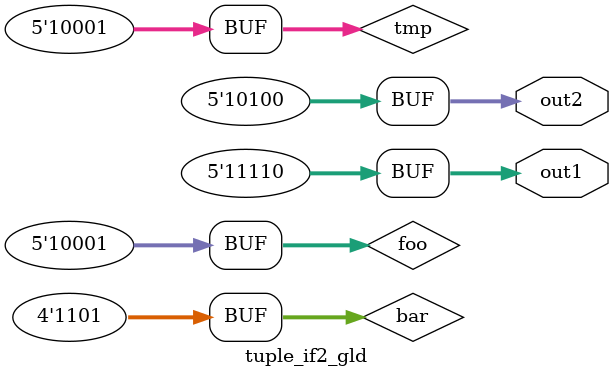
<source format=v>
module tuple_if2_gld (
  output [4:0] out1,
  output [4:0] out2,
  /* output [4:0] out3 */
);

wire [3:0] bar = 3'd7 == 3'd7 ? 4'd13 : 3'd4;
wire [4:0] foo = 3'd7 == 3'd7 ? 5'd17 : 3'd7;
assign out1 = bar + foo;

wire [4:0] tmp = 3'd7 == 3'd7 ? 5'd17 : 3'd7;
assign out2 = 3 + tmp;
//
//
//wire [4:0] x = 3'd7 == 3'd7 ? 5'd17 : 2'd2;
//assign out3 = x;


endmodule

</source>
